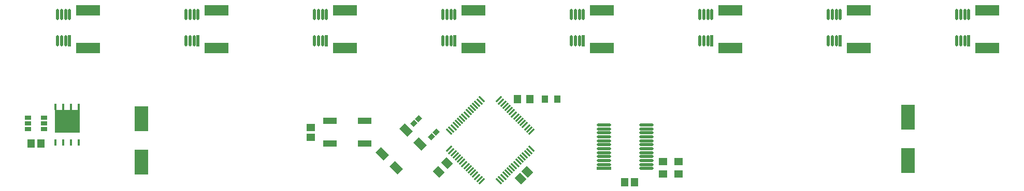
<source format=gbr>
%TF.GenerationSoftware,Altium Limited,Altium Designer,24.0.1 (36)*%
G04 Layer_Color=128*
%FSLAX45Y45*%
%MOMM*%
%TF.SameCoordinates,2C358838-E96C-4A59-A5A0-E9FE71613952*%
%TF.FilePolarity,Positive*%
%TF.FileFunction,Paste,Bot*%
%TF.Part,Single*%
G01*
G75*
%TA.AperFunction,SMDPad,CuDef*%
%ADD13R,1.30464X1.45620*%
G04:AMPARAMS|DCode=15|XSize=1.30464mm|YSize=1.4562mm|CornerRadius=0mm|HoleSize=0mm|Usage=FLASHONLY|Rotation=225.000|XOffset=0mm|YOffset=0mm|HoleType=Round|Shape=Rectangle|*
%AMROTATEDRECTD15*
4,1,4,-0.05359,0.97610,0.97610,-0.05359,0.05359,-0.97610,-0.97610,0.05359,-0.05359,0.97610,0.0*
%
%ADD15ROTATEDRECTD15*%

%ADD17R,1.45620X1.30464*%
%ADD19R,1.20000X1.45000*%
%ADD26R,1.45000X1.20000*%
%ADD44R,2.30000X1.10000*%
%ADD45R,1.10000X1.30000*%
G04:AMPARAMS|DCode=46|XSize=0.93108mm|YSize=0.81213mm|CornerRadius=0mm|HoleSize=0mm|Usage=FLASHONLY|Rotation=225.000|XOffset=0mm|YOffset=0mm|HoleType=Round|Shape=Rectangle|*
%AMROTATEDRECTD46*
4,1,4,0.04205,0.61632,0.61632,0.04205,-0.04205,-0.61632,-0.61632,-0.04205,0.04205,0.61632,0.0*
%
%ADD46ROTATEDRECTD46*%

%ADD47R,2.35283X0.49493*%
G04:AMPARAMS|DCode=48|XSize=2.35283mm|YSize=0.49493mm|CornerRadius=0.24746mm|HoleSize=0mm|Usage=FLASHONLY|Rotation=0.000|XOffset=0mm|YOffset=0mm|HoleType=Round|Shape=RoundedRectangle|*
%AMROUNDEDRECTD48*
21,1,2.35283,0.00000,0,0,0.0*
21,1,1.85790,0.49493,0,0,0.0*
1,1,0.49493,0.92895,0.00000*
1,1,0.49493,-0.92895,0.00000*
1,1,0.49493,-0.92895,0.00000*
1,1,0.49493,0.92895,0.00000*
%
%ADD48ROUNDEDRECTD48*%
G04:AMPARAMS|DCode=49|XSize=1.45mm|YSize=1.2mm|CornerRadius=0mm|HoleSize=0mm|Usage=FLASHONLY|Rotation=315.000|XOffset=0mm|YOffset=0mm|HoleType=Round|Shape=Rectangle|*
%AMROTATEDRECTD49*
4,1,4,-0.93692,0.08839,-0.08839,0.93692,0.93692,-0.08839,0.08839,-0.93692,-0.93692,0.08839,0.0*
%
%ADD49ROTATEDRECTD49*%

G04:AMPARAMS|DCode=50|XSize=1.8565mm|YSize=0.49798mm|CornerRadius=0.24899mm|HoleSize=0mm|Usage=FLASHONLY|Rotation=90.000|XOffset=0mm|YOffset=0mm|HoleType=Round|Shape=RoundedRectangle|*
%AMROUNDEDRECTD50*
21,1,1.85650,0.00000,0,0,90.0*
21,1,1.35852,0.49798,0,0,90.0*
1,1,0.49798,0.00000,0.67926*
1,1,0.49798,0.00000,-0.67926*
1,1,0.49798,0.00000,-0.67926*
1,1,0.49798,0.00000,0.67926*
%
%ADD50ROUNDEDRECTD50*%
%ADD51R,0.49798X1.85650*%
G04:AMPARAMS|DCode=52|XSize=1.3mm|YSize=1.9mm|CornerRadius=0mm|HoleSize=0mm|Usage=FLASHONLY|Rotation=225.000|XOffset=0mm|YOffset=0mm|HoleType=Round|Shape=Rectangle|*
%AMROTATEDRECTD52*
4,1,4,-0.21213,1.13137,1.13137,-0.21213,0.21213,-1.13137,-1.13137,0.21213,-0.21213,1.13137,0.0*
%
%ADD52ROTATEDRECTD52*%

%ADD53R,4.00000X1.80000*%
G04:AMPARAMS|DCode=54|XSize=1.1mm|YSize=0.6mm|CornerRadius=0.051mm|HoleSize=0mm|Usage=FLASHONLY|Rotation=0.000|XOffset=0mm|YOffset=0mm|HoleType=Round|Shape=RoundedRectangle|*
%AMROUNDEDRECTD54*
21,1,1.10000,0.49800,0,0,0.0*
21,1,0.99800,0.60000,0,0,0.0*
1,1,0.10200,0.49900,-0.24900*
1,1,0.10200,-0.49900,-0.24900*
1,1,0.10200,-0.49900,0.24900*
1,1,0.10200,0.49900,0.24900*
%
%ADD54ROUNDEDRECTD54*%
%ADD55R,0.45720X1.11760*%
%ADD56R,2.20000X4.10000*%
G04:AMPARAMS|DCode=57|XSize=0.3mm|YSize=1.2mm|CornerRadius=0mm|HoleSize=0mm|Usage=FLASHONLY|Rotation=315.000|XOffset=0mm|YOffset=0mm|HoleType=Round|Shape=Rectangle|*
%AMROTATEDRECTD57*
4,1,4,-0.53033,-0.31820,0.31820,0.53033,0.53033,0.31820,-0.31820,-0.53033,-0.53033,-0.31820,0.0*
%
%ADD57ROTATEDRECTD57*%

G04:AMPARAMS|DCode=58|XSize=0.3mm|YSize=1.2mm|CornerRadius=0mm|HoleSize=0mm|Usage=FLASHONLY|Rotation=225.000|XOffset=0mm|YOffset=0mm|HoleType=Round|Shape=Rectangle|*
%AMROTATEDRECTD58*
4,1,4,-0.31820,0.53033,0.53033,-0.31820,0.31820,-0.53033,-0.53033,0.31820,-0.31820,0.53033,0.0*
%
%ADD58ROTATEDRECTD58*%

G36*
X4357030Y4119120D02*
X4765970D01*
Y3750820D01*
X4357030D01*
Y4119120D01*
D02*
G37*
D13*
X13830579Y2940000D02*
D03*
X13669421D02*
D03*
X4130578Y3575000D02*
D03*
X3969422D02*
D03*
D15*
X12081977Y3106977D02*
D03*
X11968023Y2993023D02*
D03*
D17*
X8540000Y3830578D02*
D03*
Y3669422D02*
D03*
D19*
X12120000Y4300000D02*
D03*
X11920000D02*
D03*
D26*
X14300000Y3075000D02*
D03*
Y3275000D02*
D03*
X14550000Y3075000D02*
D03*
Y3275000D02*
D03*
D44*
X9425000Y3945000D02*
D03*
Y3575000D02*
D03*
X8855000Y3945000D02*
D03*
Y3575000D02*
D03*
D45*
X12575000Y4300000D02*
D03*
X12365000D02*
D03*
D46*
X10298221Y3978221D02*
D03*
X10221779Y3901779D02*
D03*
X10586442Y3756442D02*
D03*
X10510000Y3680000D02*
D03*
D47*
X13332486Y3162500D02*
D03*
D48*
Y3227500D02*
D03*
Y3292500D02*
D03*
Y3357500D02*
D03*
Y3422500D02*
D03*
Y3487500D02*
D03*
Y3552500D02*
D03*
Y3617500D02*
D03*
Y3682500D02*
D03*
Y3747500D02*
D03*
Y3812500D02*
D03*
Y3877500D02*
D03*
X14027515D02*
D03*
Y3812500D02*
D03*
Y3747500D02*
D03*
Y3682500D02*
D03*
Y3617500D02*
D03*
Y3552500D02*
D03*
Y3487500D02*
D03*
Y3422500D02*
D03*
Y3357500D02*
D03*
Y3292500D02*
D03*
Y3227500D02*
D03*
Y3162500D02*
D03*
D49*
X10770711Y3245711D02*
D03*
X10629289Y3104289D02*
D03*
D50*
X10897500Y5690086D02*
D03*
X10832500D02*
D03*
X10767500D02*
D03*
X10702500D02*
D03*
Y5259914D02*
D03*
X10767500D02*
D03*
X10832500D02*
D03*
X19232500D02*
D03*
X19167500D02*
D03*
X19102499D02*
D03*
Y5690086D02*
D03*
X19167500D02*
D03*
X19232500D02*
D03*
X19297501D02*
D03*
X6632500Y5259914D02*
D03*
X6567500D02*
D03*
X6502500D02*
D03*
Y5690086D02*
D03*
X6567500D02*
D03*
X6632500D02*
D03*
X6697500D02*
D03*
X17197501D02*
D03*
X17132500D02*
D03*
X17067500D02*
D03*
X17002499D02*
D03*
Y5259914D02*
D03*
X17067500D02*
D03*
X17132500D02*
D03*
X12997501Y5690086D02*
D03*
X12932500D02*
D03*
X12867500D02*
D03*
X12802499D02*
D03*
Y5259914D02*
D03*
X12867500D02*
D03*
X12932500D02*
D03*
X8797500Y5690086D02*
D03*
X8732500D02*
D03*
X8667500D02*
D03*
X8602500D02*
D03*
Y5259914D02*
D03*
X8667500D02*
D03*
X8732500D02*
D03*
X4597500Y5690086D02*
D03*
X4532500D02*
D03*
X4467500D02*
D03*
X4402500D02*
D03*
Y5259914D02*
D03*
X4467500D02*
D03*
X4532500D02*
D03*
X15032500D02*
D03*
X14967500D02*
D03*
X14902499D02*
D03*
Y5690086D02*
D03*
X14967500D02*
D03*
X15032500D02*
D03*
X15097501D02*
D03*
D51*
X10897500Y5259914D02*
D03*
X19297501D02*
D03*
X6697500D02*
D03*
X17197501D02*
D03*
X12997501D02*
D03*
X8797500D02*
D03*
X4597500D02*
D03*
X15097501D02*
D03*
D52*
X9938683Y3172408D02*
D03*
X9712409Y3398683D02*
D03*
X10327591Y3561317D02*
D03*
X10101317Y3787591D02*
D03*
D53*
X19600000Y5760000D02*
D03*
Y5140000D02*
D03*
X7000000Y5760000D02*
D03*
Y5140000D02*
D03*
X9100000Y5760000D02*
D03*
Y5140000D02*
D03*
X17500000D02*
D03*
Y5760000D02*
D03*
X13300000Y5140000D02*
D03*
Y5760000D02*
D03*
X11200000Y5140000D02*
D03*
Y5760000D02*
D03*
X4900000Y5140000D02*
D03*
Y5760000D02*
D03*
X15400000D02*
D03*
Y5140000D02*
D03*
D54*
X3920000Y3805000D02*
D03*
Y3900000D02*
D03*
Y3995000D02*
D03*
X4180000D02*
D03*
Y3900000D02*
D03*
Y3805000D02*
D03*
D55*
X4752000Y3590800D02*
D03*
X4625000D02*
D03*
X4498000D02*
D03*
X4371000D02*
D03*
Y4175000D02*
D03*
X4498000D02*
D03*
X4625000D02*
D03*
X4752000D02*
D03*
D56*
X5775000Y3980000D02*
D03*
Y3270000D02*
D03*
X18300000Y4005000D02*
D03*
Y3295000D02*
D03*
D57*
X10803249Y3483579D02*
D03*
X10838604Y3448223D02*
D03*
X10873959Y3412868D02*
D03*
X10909314Y3377512D02*
D03*
X10944670Y3342157D02*
D03*
X10980025Y3306802D02*
D03*
X11015381Y3271447D02*
D03*
X11050736Y3236091D02*
D03*
X11086091Y3200736D02*
D03*
X11121446Y3165381D02*
D03*
X11156802Y3130025D02*
D03*
X11192157Y3094670D02*
D03*
X11227512Y3059315D02*
D03*
X11262868Y3023959D02*
D03*
X11298223Y2988604D02*
D03*
X11333579Y2953249D02*
D03*
X12146751Y3766421D02*
D03*
X12111396Y3801777D02*
D03*
X12076041Y3837132D02*
D03*
X12040685Y3872487D02*
D03*
X12005330Y3907843D02*
D03*
X11969975Y3943198D02*
D03*
X11934619Y3978553D02*
D03*
X11899264Y4013909D02*
D03*
X11863908Y4049264D02*
D03*
X11828553Y4084619D02*
D03*
X11793198Y4119974D02*
D03*
X11757843Y4155330D02*
D03*
X11722487Y4190685D02*
D03*
X11687132Y4226041D02*
D03*
X11651777Y4261396D02*
D03*
X11616421Y4296751D02*
D03*
D58*
Y2953249D02*
D03*
X11651777Y2988604D02*
D03*
X11687132Y3023959D02*
D03*
X11722487Y3059315D02*
D03*
X11757843Y3094670D02*
D03*
X11793198Y3130025D02*
D03*
X11828553Y3165381D02*
D03*
X11863908Y3200736D02*
D03*
X11899264Y3236091D02*
D03*
X11934619Y3271447D02*
D03*
X11969975Y3306802D02*
D03*
X12005330Y3342157D02*
D03*
X12040685Y3377512D02*
D03*
X12076041Y3412868D02*
D03*
X12111396Y3448223D02*
D03*
X12146751Y3483579D02*
D03*
X11333579Y4296751D02*
D03*
X11298223Y4261396D02*
D03*
X11262868Y4226041D02*
D03*
X11227512Y4190685D02*
D03*
X11192157Y4155330D02*
D03*
X11156802Y4119975D02*
D03*
X11121446Y4084619D02*
D03*
X11086091Y4049264D02*
D03*
X11050736Y4013909D02*
D03*
X11015381Y3978553D02*
D03*
X10980025Y3943198D02*
D03*
X10944670Y3907843D02*
D03*
X10909314Y3872487D02*
D03*
X10873959Y3837132D02*
D03*
X10838604Y3801777D02*
D03*
X10803249Y3766421D02*
D03*
%TF.MD5,bc41736ea10448c0a6d43425e5b643d6*%
M02*

</source>
